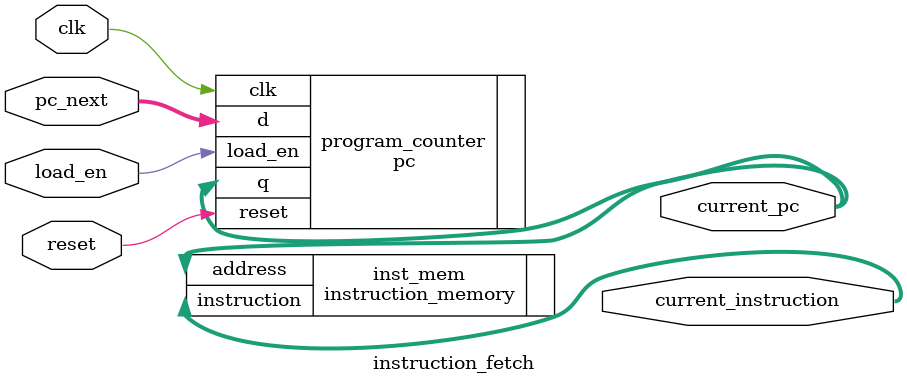
<source format=v>
`include "modules/pc.v"
`include "modules/instruction_memory.v"

module instruction_fetch (
    input wire clk,
    input wire reset,
    input wire load_en,
    input wire [31:0] pc_next,
    output wire [31:0] current_instruction,
    output wire [31:0] current_pc
);
    wire [31:0] pc_value;
    wire [31:0] instruction;
    pc program_counter (
        .clk(clk),
        .reset(reset),
        .load_en(load_en),
        .d(pc_next),
        .q(current_pc)
    );
    instruction_memory inst_mem (
        .address(current_pc),
        .instruction(current_instruction)
    );
endmodule
</source>
